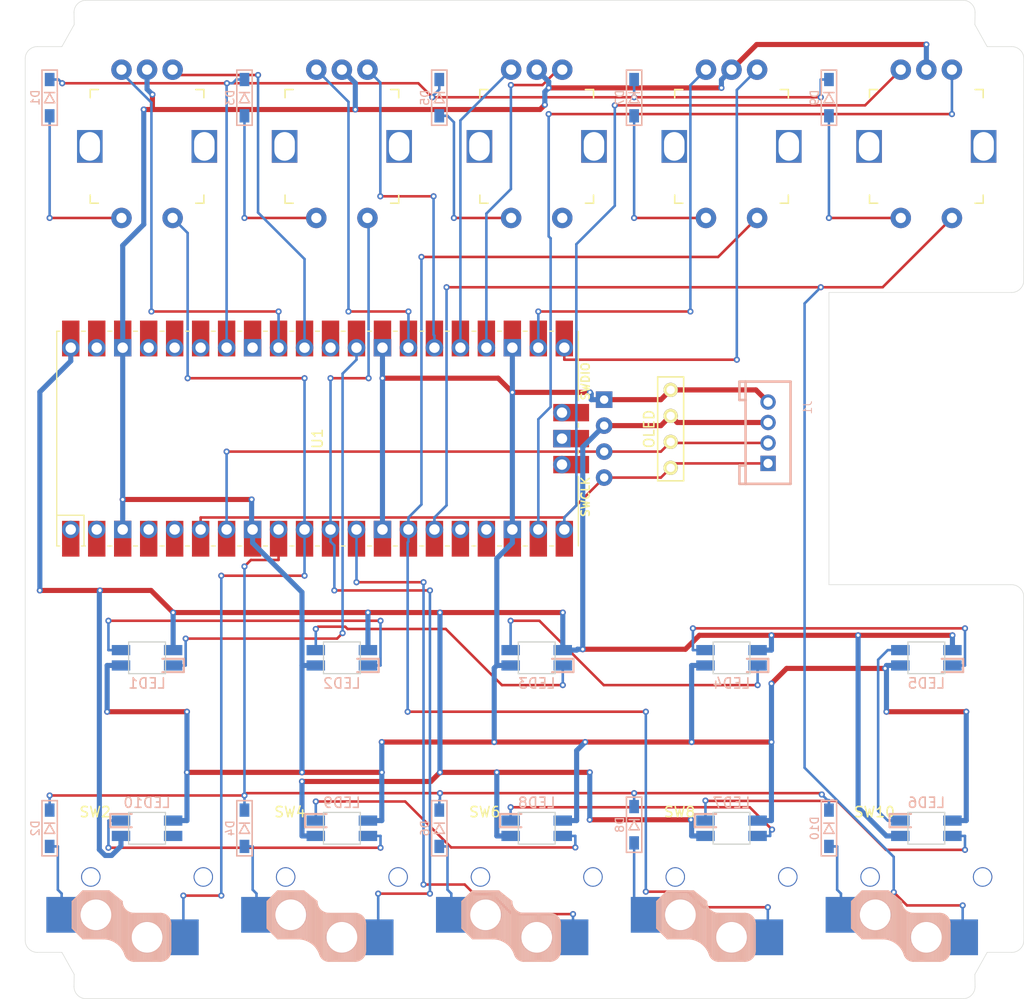
<source format=kicad_pcb>
(kicad_pcb (version 20240108) (generator "pcbnew") (generator_version "8.0")
  (layers (0 "F.Cu" signal) (31 "B.Cu" signal) (34 "B.Paste" user) (35 "F.Paste" user) (36 "B.SilkS" user "B.Silkscreen") (37 "F.SilkS" user "F.Silkscreen") (38 "B.Mask" user) (39 "F.Mask" user) (44 "Edge.Cuts" user))
  (net 0 "")
  (net 1 "Net-(D1-A)")
  (net 2 "Row0")
  (net 3 "Net-(D2-A)")
  (net 4 "Row1")
  (net 6 "Net-(D3-A)")
  (net 7 "Net-(D4-A)")
  (net 8 "Net-(D5-A)")
  (net 9 "Net-(D6-A)")
  (net 10 "Net-(D7-A)")
  (net 11 "Net-(D8-A)")
  (net 12 "Net-(D9-A)")
  (net 13 "SCL")
  (net 14 "GND")
  (net 15 "SDA")
  (net 16 "VCC")
  (net 17 "Col0")
  (net 18 "Col1")
  (net 19 "Col2")
  (net 20 "Col3")
  (net 23 "LED")
  (net 24 "Col4")
  (net 43 "Net-(LED1-DOUT)")
  (net 46 "RE1_B")
  (net 47 "RE1_A")
  (net 48 "RE2_A")
  (net 49 "RE2_B")
  (net 50 "RE3_A")
  (net 51 "RE3_B")
  (net 52 "RE4_A")
  (net 53 "RE4_B")
  (net 54 "RE5_A")
  (net 55 "RE5_B")
  (net 56 "Net-(D10-A)")
  (net 57 "Net-(LED2-DOUT)")
  (net 58 "Net-(LED3-DOUT)")
  (net 59 "Net-(LED4-DOUT)")
  (net 60 "Net-(LED5-DOUT)")
  (net 61 "Net-(LED6-DOUT)")
  (net 62 "Net-(LED7-DOUT)")
  (net 63 "Net-(LED8-DOUT)")
  (net 64 "Net-(LED10-DIN)")
  (footprint "kbd_SW:Choc_Hotswap_1u" (layer "F.Cu") (at 73.8188 102.3937)
    (property "Reference" "SW4")
    (property "Value" "SW_Push" (hide yes))
  )
  (footprint "kbd_Parts:Diode_SMD" (layer "F.Cu") (at 102.3938 97.2849 -90)
    (property "Reference" "D8")
    (property "Value" "D" (hide yes))
  )
  (footprint "kbd_SW:Choc_Hotswap_1u" (layer "F.Cu") (at 92.8688 102.3937)
    (property "Reference" "SW6")
    (property "Value" "SW_Push" (hide yes))
  )
  (footprint "kbd_SW:Choc_Hotswap_1u" (layer "F.Cu") (at 130.9688 102.3937)
    (property "Reference" "SW10")
    (property "Value" "SW_Push" (hide yes))
  )
  (footprint "kbd_Parts:RotaryEncoder_EC12E" (layer "F.Cu") (at 92.8688 30.9562 -90)
    (property "Reference" "SW5")
    (property "Value" "RotaryEncoder_Switch")
  )
  (footprint "kbd_Parts:RotaryEncoder_EC12E" (layer "F.Cu") (at 73.8188 30.9562 -90)
    (property "Reference" "SW3")
    (property "Value" "RotaryEncoder_Switch")
  )
  (footprint "kbd_Parts:Diode_SMD" (layer "F.Cu") (at 64.2938 97.6312 -90)
    (property "Reference" "D4")
    (property "Value" "D" (hide yes))
  )
  (footprint "kbd_Parts:Diode_SMD" (layer "F.Cu") (at 83.3438 97.6312 -90)
    (property "Reference" "D6")
    (property "Value" "D" (hide yes))
  )
  (footprint "kbd_SW:Choc_Hotswap_1u" (layer "F.Cu") (at 54.7688 102.3937)
    (property "Reference" "SW2")
    (property "Value" "SW_Push" (hide yes))
  )
  (footprint "kbd_Parts:OLED" (layer "F.Cu") (at 105.9656 62.3887 90)
    (property "Reference" "OL2")
    (property "Value" "OLED" (hide yes))
  )
  (footprint "kbd_SW:Choc_Hotswap_1u" (layer "F.Cu") (at 111.9188 102.3937)
    (property "Reference" "SW8")
    (property "Value" "SW_Push" (hide yes))
  )
  (footprint "kbd_Parts:Diode_SMD" (layer "F.Cu") (at 121.4438 97.6312 -90)
    (property "Reference" "D10")
    (property "Value" "D" (hide yes))
  )
  (footprint "RPi_Pico:RPi_Pico_SMD_TH" (layer "F.Cu") (at 71.4375 59.5312 90)
    (property "Reference" "U1")
    (property "Value" "Pico")
  )
  (footprint "BrownSugar_KBD:OLED_center_display" (layer "F.Cu") (at 80.9625 59.5312 90)
    (property "Reference" "OL1")
    (property "Value" "OLED" (hide yes))
  )
  (footprint "kbd_Parts:RotaryEncoder_EC12E" (layer "F.Cu") (at 130.9688 30.9562 -90)
    (property "Reference" "SW9")
    (property "Value" "RotaryEncoder_Switch")
  )
  (footprint "kbd_Parts:Diode_SMD" (layer "F.Cu") (at 121.4438 26.1937 -90)
    (property "Reference" "D9")
    (property "Value" "D" (hide yes))
  )
  (footprint "kbd_Parts:Diode_SMD" (layer "F.Cu") (at 64.2938 26.1937 -90)
    (property "Reference" "D3")
    (property "Value" "D" (hide yes))
  )
  (footprint "kbd_Parts:Diode_SMD" (layer "F.Cu") (at 45.2438 97.6312 -90)
    (property "Reference" "D2")
    (property "Value" "D" (hide yes))
  )
  (footprint "kbd_Parts:Diode_SMD" (layer "F.Cu") (at 102.3938 26.1937 -90)
    (property "Reference" "D7")
    (property "Value" "D" (hide yes))
  )
  (footprint "kbd_Parts:Diode_SMD" (layer "F.Cu") (at 45.2438 26.1937 -90)
    (property "Reference" "D1")
    (property "Value" "D" (hide yes))
  )
  (footprint "kbd_Parts:Diode_SMD" (layer "F.Cu") (at 83.3438 26.1937 -90)
    (property "Reference" "D5")
    (property "Value" "D" (hide yes))
  )
  (footprint "kbd_Parts:RotaryEncoder_EC12E" (layer "F.Cu") (at 54.7688 30.9562 -90)
    (property "Reference" "SW1")
    (property "Value" "RotaryEncoder_Switch")
  )
  (footprint "kbd_Parts:RotaryEncoder_EC12E" (layer "F.Cu") (at 111.9188 30.9562 -90)
    (property "Reference" "SW7")
    (property "Value" "RotaryEncoder_Switch")
  )
  (footprint "BrownSugar_KBD:RGBLED_SK6812MINI-E" (layer "B.Cu") (at 111.9188 97.6312 180)
    (property "Reference" "LED7")
    (property "Value" "LED_SK6812MINI-E" (hide yes))
    (fp_line (start 1.8 1.55) (end 1.8 -1.55) (stroke (width 0.12)) (layer "Edge.Cuts"))
    (fp_line (start 1.8 -1.55) (end -1.8 -1.55) (stroke (width 0.12)) (layer "Edge.Cuts"))
    (fp_line (start -1.8 1.55) (end 1.8 1.55) (stroke (width 0.12)) (layer "Edge.Cuts"))
    (fp_line (start -1.8 -1.55) (end -1.8 1.55) (stroke (width 0.12)) (layer "Edge.Cuts"))
  )
  (footprint "BrownSugar_KBD:RGBLED_SK6812MINI-E" (layer "B.Cu") (at 92.8688 97.6312 180)
    (property "Reference" "LED8")
    (property "Value" "LED_SK6812MINI-E" (hide yes))
    (fp_line (start 1.8 1.55) (end 1.8 -1.55) (stroke (width 0.12)) (layer "Edge.Cuts"))
    (fp_line (start 1.8 -1.55) (end -1.8 -1.55) (stroke (width 0.12)) (layer "Edge.Cuts"))
    (fp_line (start -1.8 1.55) (end 1.8 1.55) (stroke (width 0.12)) (layer "Edge.Cuts"))
    (fp_line (start -1.8 -1.55) (end -1.8 1.55) (stroke (width 0.12)) (layer "Edge.Cuts"))
  )
  (footprint "BrownSugar_KBD:RGBLED_SK6812MINI-E" (layer "B.Cu") (at 54.7688 80.9626)
    (property "Reference" "LED1")
    (property "Value" "LED_SK6812MINI-E" (hide yes))
    (fp_line (start -1.8 -1.55) (end -1.8 1.55) (stroke (width 0.12)) (layer "Edge.Cuts"))
    (fp_line (start -1.8 1.55) (end 1.8 1.55) (stroke (width 0.12)) (layer "Edge.Cuts"))
    (fp_line (start 1.8 -1.55) (end -1.8 -1.55) (stroke (width 0.12)) (layer "Edge.Cuts"))
    (fp_line (start 1.8 1.55) (end 1.8 -1.55) (stroke (width 0.12)) (layer "Edge.Cuts"))
  )
  (footprint "BrownSugar_KBD:RGBLED_SK6812MINI-E" (layer "B.Cu") (at 130.9688 80.9625)
    (property "Reference" "LED5")
    (property "Value" "LED_SK6812MINI-E" (hide yes))
    (fp_line (start -1.8 -1.55) (end -1.8 1.55) (stroke (width 0.12)) (layer "Edge.Cuts"))
    (fp_line (start -1.8 1.55) (end 1.8 1.55) (stroke (width 0.12)) (layer "Edge.Cuts"))
    (fp_line (start 1.8 -1.55) (end -1.8 -1.55) (stroke (width 0.12)) (layer "Edge.Cuts"))
    (fp_line (start 1.8 1.55) (end 1.8 -1.55) (stroke (width 0.12)) (layer "Edge.Cuts"))
  )
  (footprint "BrownSugar_KBD:RGBLED_SK6812MINI-E" (layer "B.Cu") (at 92.8688 80.9625)
    (property "Reference" "LED3")
    (property "Value" "LED_SK6812MINI-E" (hide yes))
    (fp_line (start -1.8 -1.55) (end -1.8 1.55) (stroke (width 0.12)) (layer "Edge.Cuts"))
    (fp_line (start -1.8 1.55) (end 1.8 1.55) (stroke (width 0.12)) (layer "Edge.Cuts"))
    (fp_line (start 1.8 -1.55) (end -1.8 -1.55) (stroke (width 0.12)) (layer "Edge.Cuts"))
    (fp_line (start 1.8 1.55) (end 1.8 -1.55) (stroke (width 0.12)) (layer "Edge.Cuts"))
  )
  (footprint "BrownSugar_KBD:RGBLED_SK6812MINI-E" (layer "B.Cu") (at 130.9688 97.6312 180)
    (property "Reference" "LED6")
    (property "Value" "LED_SK6812MINI-E" (hide yes))
    (fp_line (start 1.8 1.55) (end 1.8 -1.55) (stroke (width 0.12)) (layer "Edge.Cuts"))
    (fp_line (start 1.8 -1.55) (end -1.8 -1.55) (stroke (width 0.12)) (layer "Edge.Cuts"))
    (fp_line (start -1.8 1.55) (end 1.8 1.55) (stroke (width 0.12)) (layer "Edge.Cuts"))
    (fp_line (start -1.8 -1.55) (end -1.8 1.55) (stroke (width 0.12)) (layer "Edge.Cuts"))
  )
  (footprint "BrownSugar_KBD:RGBLED_SK6812MINI-E" (layer "B.Cu") (at 73.8188 97.6312 180)
    (property "Reference" "LED9")
    (property "Value" "LED_SK6812MINI-E" (hide yes))
    (fp_line (start 1.8 1.55) (end 1.8 -1.55) (stroke (width 0.12)) (layer "Edge.Cuts"))
    (fp_line (start 1.8 -1.55) (end -1.8 -1.55) (stroke (width 0.12)) (layer "Edge.Cuts"))
    (fp_line (start -1.8 1.55) (end 1.8 1.55) (stroke (width 0.12)) (layer "Edge.Cuts"))
    (fp_line (start -1.8 -1.55) (end -1.8 1.55) (stroke (width 0.12)) (layer "Edge.Cuts"))
  )
  (footprint "OPL_Connector:GROVE-HW4-2.0" (layer "B.Cu") (at 115.4906 58.9562 90)
    (property "Reference" "J1")
    (property "Value" "GROVE-CONNECTOR-DIP_4P-2.0_")
  )
  (footprint "BrownSugar_KBD:RGBLED_SK6812MINI-E" (layer "B.Cu") (at 73.8188 80.9626)
    (property "Reference" "LED2")
    (property "Value" "LED_SK6812MINI-E" (hide yes))
    (fp_line (start -1.8 -1.55) (end -1.8 1.55) (stroke (width 0.12)) (layer "Edge.Cuts"))
    (fp_line (start -1.8 1.55) (end 1.8 1.55) (stroke (width 0.12)) (layer "Edge.Cuts"))
    (fp_line (start 1.8 -1.55) (end -1.8 -1.55) (stroke (width 0.12)) (layer "Edge.Cuts"))
    (fp_line (start 1.8 1.55) (end 1.8 -1.55) (stroke (width 0.12)) (layer "Edge.Cuts"))
  )
  (footprint "BrownSugar_KBD:RGBLED_SK6812MINI-E" (layer "B.Cu") (at 54.7688 97.6312 180)
    (property "Reference" "LED10")
    (property "Value" "LED_SK6812MINI-E" (hide yes))
    (fp_line (start 1.8 1.55) (end 1.8 -1.55) (stroke (width 0.12)) (layer "Edge.Cuts"))
    (fp_line (start 1.8 -1.55) (end -1.8 -1.55) (stroke (width 0.12)) (layer "Edge.Cuts"))
    (fp_line (start -1.8 1.55) (end 1.8 1.55) (stroke (width 0.12)) (layer "Edge.Cuts"))
    (fp_line (start -1.8 -1.55) (end -1.8 1.55) (stroke (width 0.12)) (layer "Edge.Cuts"))
  )
  (footprint "BrownSugar_KBD:RGBLED_SK6812MINI-E" (layer "B.Cu") (at 111.9188 80.9625)
    (property "Reference" "LED4")
    (property "Value" "LED_SK6812MINI-E" (hide yes))
    (fp_line (start -1.8 -1.55) (end -1.8 1.55) (stroke (width 0.12)) (layer "Edge.Cuts"))
    (fp_line (start -1.8 1.55) (end 1.8 1.55) (stroke (width 0.12)) (layer "Edge.Cuts"))
    (fp_line (start 1.8 -1.55) (end -1.8 -1.55) (stroke (width 0.12)) (layer "Edge.Cuts"))
    (fp_line (start 1.8 1.55) (end 1.8 -1.55) (stroke (width 0.12)) (layer "Edge.Cuts"))
  )
  (gr_arc (start 135.73125 113.109375) (mid 135.382524 113.951274) (end 134.540625 114.3) (stroke (width 0.05)) (layer "Edge.Cuts"))
  (gr_line (start 42.853125 22.390625) (end 42.853125 108.578125) (stroke (width 0.05)) (layer "Edge.Cuts"))
  (gr_line (start 135.73125 17.859375) (end 135.7125 19.05) (stroke (width 0.05)) (layer "Edge.Cuts"))
  (gr_line (start 44.04375 21.2) (end 46.44375 21.2) (stroke (width 0.05)) (layer "Edge.Cuts"))
  (gr_line (start 121.44375 73.81875) (end 139.303125 73.81875) (stroke (width 0.05)) (layer "Edge.Cuts"))
  (gr_arc (start 140.503125 108.578125) (mid 140.154399 109.420024) (end 139.3125 109.76875) (stroke (width 0.05)) (layer "Edge.Cuts"))
  (gr_line (start 135.73125 113.109375) (end 135.7125 111.91875) (stroke (width 0.05)) (layer "Edge.Cuts"))
  (gr_line (start 140.493775 75.00935) (end 140.503125 108.578125) (stroke (width 0.05)) (layer "Edge.Cuts"))
  (gr_line (start 44.04375 109.76875) (end 46.44375 109.76875) (stroke (width 0.05)) (layer "Edge.Cuts"))
  (gr_line (start 47.64375 19.05) (end 47.625 17.859375) (stroke (width 0.05)) (layer "Edge.Cuts"))
  (gr_line (start 136.9125 109.76875) (end 139.3125 109.76875) (stroke (width 0.05)) (layer "Edge.Cuts"))
  (gr_arc (start 48.815625 114.3) (mid 47.973726 113.951274) (end 47.625 113.109375) (stroke (width 0.05)) (layer "Edge.Cuts"))
  (gr_line (start 121.44375 45.24375) (end 121.44375 73.81875) (stroke (width 0.05)) (layer "Edge.Cuts"))
  (gr_arc (start 140.493775 44.05315) (mid 140.145042 44.895042) (end 139.30315 45.243775) (stroke (width 0.05)) (layer "Edge.Cuts"))
  (gr_line (start 47.64375 111.91875) (end 47.625 113.109375) (stroke (width 0.05)) (layer "Edge.Cuts"))
  (gr_line (start 134.540625 16.66875) (end 48.815625 16.66875) (stroke (width 0.05)) (layer "Edge.Cuts"))
  (gr_line (start 140.493775 44.05315) (end 140.503125 22.390625) (stroke (width 0.05)) (layer "Edge.Cuts"))
  (gr_line (start 136.9125 21.2) (end 139.3125 21.2) (stroke (width 0.05)) (layer "Edge.Cuts"))
  (gr_arc (start 47.625 17.859375) (mid 47.973726 17.017476) (end 48.815625 16.66875) (stroke (width 0.05)) (layer "Edge.Cuts"))
  (gr_line (start 48.815625 114.3) (end 134.540625 114.3) (stroke (width 0.05)) (layer "Edge.Cuts"))
  (gr_arc (start 44.04375 109.76875) (mid 43.201851 109.420024) (end 42.853125 108.578125) (stroke (width 0.05)) (layer "Edge.Cuts"))
  (gr_arc (start 134.540625 16.66875) (mid 135.382524 17.017476) (end 135.73125 17.859375) (stroke (width 0.05)) (layer "Edge.Cuts"))
  (gr_arc (start 139.3125 21.2) (mid 140.154399 21.548726) (end 140.503125 22.390625) (stroke (width 0.05)) (layer "Edge.Cuts"))
  (gr_line (start 46.44375 21.2) (end 47.64375 19.05) (stroke (width 0.05)) (layer "Edge.Cuts"))
  (gr_line (start 121.44375 45.24375) (end 139.30315 45.243775) (stroke (width 0.05)) (layer "Edge.Cuts"))
  (gr_arc (start 139.30315 73.818725) (mid 140.145042 74.167458) (end 140.493775 75.00935) (stroke (width 0.05)) (layer "Edge.Cuts"))
  (gr_line (start 135.7125 111.91875) (end 136.9125 109.76875) (stroke (width 0.05)) (layer "Edge.Cuts"))
  (gr_line (start 135.7125 19.05) (end 136.9125 21.2) (stroke (width 0.05)) (layer "Edge.Cuts"))
  (gr_line (start 46.44375 109.76875) (end 47.64375 111.91875) (stroke (width 0.05)) (layer "Edge.Cuts"))
  (gr_arc (start 42.853125 22.390625) (mid 43.201851 21.548726) (end 44.04375 21.2) (stroke (width 0.05)) (layer "Edge.Cuts"))
  (segment (start 52.2688 37.9562) (end 45.2438 37.9562) (width 0.25) (layer "F.Cu") (net 1))
  (via (at 45.2438 37.9562) (size 0.6) (drill 0.3) (layers "F.Cu" "B.Cu") (net 1))
  (segment (start 45.2438 27.9687) (end 45.2438 37.9562) (width 0.25) (layer "B.Cu") (net 1))
  (segment (start 81.2911 24.7833) (end 62.5772 24.7833) (width 0.25) (layer "F.Cu") (net 2))
  (segment (start 82.6606 26.1528) (end 81.2911 24.7833) (width 0.25) (layer "F.Cu") (net 2))
  (segment (start 62.5772 24.7833) (end 46.472 24.7833) (width 0.25) (layer "F.Cu") (net 2))
  (segment (start 82.6606 26.1528) (end 102.3938 26.1528) (width 0.25) (layer "F.Cu") (net 2))
  (segment (start 102.3938 26.1528) (end 120.6421 26.1528) (width 0.25) (layer "F.Cu") (net 2))
  (via (at 120.6421 26.1528) (size 0.6) (drill 0.3) (layers "F.Cu" "B.Cu") (net 2))
  (via (at 82.6606 26.1528) (size 0.6) (drill 0.3) (layers "F.Cu" "B.Cu") (net 2))
  (via (at 102.3938 26.1528) (size 0.6) (drill 0.3) (layers "F.Cu" "B.Cu") (net 2))
  (via (at 62.5772 24.7833) (size 0.6) (drill 0.3) (layers "F.Cu" "B.Cu") (net 2))
  (via (at 46.472 24.7833) (size 0.6) (drill 0.3) (layers "F.Cu" "B.Cu") (net 2))
  (segment (start 64.2938 24.4187) (end 63.4921 24.4187) (width 0.25) (layer "B.Cu") (net 2))
  (segment (start 120.6421 24.4187) (end 120.6421 26.1528) (width 0.25) (layer "B.Cu") (net 2))
  (segment (start 121.4438 24.4187) (end 120.6421 24.4187) (width 0.25) (layer "B.Cu") (net 2))
  (segment (start 83.3438 24.4187) (end 83.3438 25.3954) (width 0.25) (layer "B.Cu") (net 2))
  (segment (start 62.5772 24.7833) (end 63.1275 24.7833) (width 0.25) (layer "B.Cu") (net 2))
  (segment (start 82.6606 26.0786) (end 82.6606 26.1528) (width 0.25) (layer "B.Cu") (net 2))
  (segment (start 45.2438 24.4187) (end 46.1074 24.4187) (width 0.25) (layer "B.Cu") (net 2))
  (segment (start 63.1275 24.7833) (end 63.4921 24.4187) (width 0.25) (layer "B.Cu") (net 2))
  (segment (start 62.5475 50.6412) (end 62.5475 24.813) (width 0.25) (layer "B.Cu") (net 2))
  (segment (start 102.3938 24.4187) (end 102.3938 26.1528) (width 0.25) (layer "B.Cu") (net 2))
  (segment (start 62.5475 24.813) (end 62.5772 24.7833) (width 0.25) (layer "B.Cu") (net 2))
  (segment (start 83.3438 25.3954) (end 82.6606 26.0786) (width 0.25) (layer "B.Cu") (net 2))
  (segment (start 46.1074 24.4187) (end 46.472 24.7833) (width 0.25) (layer "B.Cu") (net 2))
  (segment (start 45.2438 99.4062) (end 46.0455 99.4062) (width 0.25) (layer "B.Cu") (net 3))
  (segment (start 46.0455 103.6437) (end 46.4188 104.017) (width 0.25) (layer "B.Cu") (net 3))
  (segment (start 46.4188 106.0937) (end 46.4188 104.017) (width 0.25) (layer "B.Cu") (net 3))
  (segment (start 46.0455 99.4062) (end 46.0455 103.6437) (width 0.25) (layer "B.Cu") (net 3))
  (segment (start 67.6275 71.3979) (end 64.9268 71.3979) (width 0.25) (layer "F.Cu") (net 4))
  (segment (start 64.2938 94.427) (end 64.5216 94.1992) (width 0.25) (layer "F.Cu") (net 4))
  (segment (start 64.9268 71.3979) (end 64.2938 72.0309) (width 0.25) (layer "F.Cu") (net 4))
  (segment (start 67.6275 68.4212) (end 67.6275 71.3979) (width 0.25) (layer "F.Cu") (net 4))
  (segment (start 64.2938 94.427) (end 45.2438 94.427) (width 0.25) (layer "F.Cu") (net 4))
  (segment (start 120.6117 94.1992) (end 102.3938 94.1992) (width 0.25) (layer "F.Cu") (net 4))
  (segment (start 120.7416 94.3291) (end 120.6117 94.1992) (width 0.25) (layer "F.Cu") (net 4))
  (segment (start 102.3938 94.1992) (end 83.4099 94.1992) (width 0.25) (layer "F.Cu") (net 4))
  (segment (start 64.5216 94.1992) (end 83.4099 94.1992) (width 0.25) (layer "F.Cu") (net 4))
  (via (at 64.2938 72.0309) (size 0.6) (drill 0.3) (layers "F.Cu" "B.Cu") (net 4))
  (via (at 102.3938 94.1992) (size 0.6) (drill 0.3) (layers "F.Cu" "B.Cu") (net 4))
  (via (at 64.2938 94.427) (size 0.6) (drill 0.3) (layers "F.Cu" "B.Cu") (net 4))
  (via (at 83.4099 94.1992) (size 0.6) (drill 0.3) (layers "F.Cu" "B.Cu") (net 4))
  (via (at 45.2438 94.427) (size 0.6) (drill 0.3) (layers "F.Cu" "B.Cu") (net 4))
  (via (at 120.7416 94.3291) (size 0.6) (drill 0.3) (layers "F.Cu" "B.Cu") (net 4))
  (segment (start 121.292 94.8795) (end 120.7416 94.3291) (width 0.25) (layer "B.Cu") (net 4))
  (segment (start 64.2938 95.8562) (end 64.2938 94.427) (width 0.25) (layer "B.Cu") (net 4))
  (segment (start 83.3438 95.8562) (end 83.3438 94.8795) (width 0.25) (layer "B.Cu") (net 4))
  (segment (start 64.2938 94.427) (end 64.2938 72.0309) (width 0.25) (layer "B.Cu") (net 4))
  (segment (start 102.3938 95.5099) (end 102.3938 94.1992) (width 0.25) (layer "B.Cu") (net 4))
  (segment (start 45.2438 95.8562) (end 45.2438 94.427) (width 0.25) (layer "B.Cu") (net 4))
  (segment (start 121.4438 95.8562) (end 121.4438 94.8795) (width 0.25) (layer "B.Cu") (net 4))
  (segment (start 83.4099 94.8134) (end 83.4099 94.1992) (width 0.25) (layer "B.Cu") (net 4))
  (segment (start 121.4438 94.8795) (end 121.292 94.8795) (width 0.25) (layer "B.Cu") (net 4))
  (segment (start 83.3438 94.8795) (end 83.4099 94.8134) (width 0.25) (layer "B.Cu") (net 4))
  (segment (start 71.3188 37.9562) (end 64.2938 37.9562) (width 0.25) (layer "F.Cu") (net 6))
  (via (at 64.2938 37.9562) (size 0.6) (drill 0.3) (layers "F.Cu" "B.Cu") (net 6))
  (segment (start 64.2938 27.9687) (end 64.2938 37.9562) (width 0.25) (layer "B.Cu") (net 6))
  (segment (start 65.4688 106.0937) (end 65.4688 104.017) (width 0.25) (layer "B.Cu") (net 7))
  (segment (start 65.0955 103.6437) (end 65.4688 104.017) (width 0.25) (layer "B.Cu") (net 7))
  (segment (start 64.2938 99.4062) (end 65.0955 99.4062) (width 0.25) (layer "B.Cu") (net 7))
  (segment (start 65.0955 99.4062) (end 65.0955 103.6437) (width 0.25) (layer "B.Cu") (net 7))
  (segment (start 90.3688 37.9562) (end 84.7742 37.9562) (width 0.25) (layer "F.Cu") (net 8))
  (via (at 84.7742 37.9562) (size 0.6) (drill 0.3) (layers "F.Cu" "B.Cu") (net 8))
  (segment (start 84.7742 28.5974) (end 84.7742 37.9562) (width 0.25) (layer "B.Cu") (net 8))
  (segment (start 83.3438 27.9687) (end 84.1455 27.9687) (width 0.25) (layer "B.Cu") (net 8))
  (segment (start 84.1455 27.9687) (end 84.7742 28.5974) (width 0.25) (layer "B.Cu") (net 8))
  (segment (start 83.3438 99.4062) (end 84.1455 99.4062) (width 0.25) (layer "B.Cu") (net 9))
  (segment (start 84.1455 103.6437) (end 84.5188 104.017) (width 0.25) (layer "B.Cu") (net 9))
  (segment (start 84.1455 99.4062) (end 84.1455 103.6437) (width 0.25) (layer "B.Cu") (net 9))
  (segment (start 84.5188 106.0937) (end 84.5188 104.017) (width 0.25) (layer "B.Cu") (net 9))
  (segment (start 109.4188 37.9562) (end 102.3938 37.9562) (width 0.25) (layer "F.Cu") (net 10))
  (via (at 102.3938 37.9562) (size 0.6) (drill 0.3) (layers "F.Cu" "B.Cu") (net 10))
  (segment (start 102.3938 27.9687) (end 102.3938 37.9562) (width 0.25) (layer "B.Cu") (net 10))
  (segment (start 102.3938 99.0599) (end 102.3938 104.9187) (width 0.25) (layer "B.Cu") (net 11))
  (segment (start 102.3938 104.9187) (end 103.5688 106.0937) (width 0.25) (layer "B.Cu") (net 11))
  (segment (start 128.4688 37.9562) (end 121.4438 37.9562) (width 0.25) (layer "F.Cu") (net 12))
  (via (at 121.4438 37.9562) (size 0.6) (drill 0.3) (layers "F.Cu" "B.Cu") (net 12))
  (segment (start 121.4438 27.9687) (end 121.4438 37.9562) (width 0.25) (layer "B.Cu") (net 12))
  (segment (start 115.4906 59.9562) (end 106.0731 59.9562) (width 0.25) (layer "F.Cu") (net 13))
  (segment (start 99.4625 60.8012) (end 62.5475 60.8012) (width 0.25) (layer "F.Cu") (net 13))
  (segment (start 106.0731 59.9562) (end 105.9656 59.8487) (width 0.25) (layer "F.Cu") (net 13))
  (segment (start 99.4625 60.8012) (end 105.0131 60.8012) (width 0.25) (layer "F.Cu") (net 13))
  (segment (start 105.0131 60.8012) (end 105.9656 59.8487) (width 0.25) (layer "F.Cu") (net 13))
  (via (at 62.5475 60.8012) (size 0.6) (drill 0.3) (layers "F.Cu" "B.Cu") (net 13))
  (segment (start 62.5475 68.4212) (end 62.5475 60.8012) (width 0.25) (layer "B.Cu") (net 13))
  (segment (start 50.8671 86.2363) (end 58.6705 86.2363) (width 0.5) (layer "F.Cu") (net 14))
  (segment (start 69.9171 92.1655) (end 58.6705 92.1655) (width 0.5) (layer "F.Cu") (net 14))
  (segment (start 117.3083 82.0009) (end 126.9372 82.0009) (width 0.5) (layer "F.Cu") (net 14))
  (segment (start 115.8205 89.2009) (end 108.0171 89.2009) (width 0.5) (layer "F.Cu") (net 14))
  (segment (start 114.3031 54.7687) (end 105.9656 54.7687) (width 0.5) (layer "F.Cu") (net 14))
  (segment (start 105.0131 55.7212) (end 105.9656 54.7687) (width 0.5) (layer "F.Cu") (net 14))
  (segment (start 108.0171 89.2009) (end 97.6093 89.2009) (width 0.5) (layer "F.Cu") (net 14))
  (segment (start 114.3805 20.9945) (end 130.9688 20.9945) (width 0.5) (layer "F.Cu") (net 14))
  (segment (start 98.0703 55.0096) (end 90.4875 55.0096) (width 0.5) (layer "F.Cu") (net 14))
  (segment (start 77.7875 53.6257) (end 89.1036 53.6257) (width 0.5) (layer "F.Cu") (net 14))
  (segment (start 64.9921 65.4841) (end 52.3875 65.4841) (width 0.5) (layer "F.Cu") (net 14))
  (segment (start 115.826 83.4832) (end 117.3083 82.0009) (width 0.5) (layer "F.Cu") (net 14))
  (segment (start 88.7137 89.2009) (end 77.7205 89.2009) (width 0.5) (layer "F.Cu") (net 14))
  (segment (start 89.1036 53.6257) (end 90.4875 55.0096) (width 0.5) (layer "F.Cu") (net 14))
  (segment (start 93.1987 27.3522) (end 75.1304 27.3522) (width 0.5) (layer "F.Cu") (net 14))
  (segment (start 97.6093 89.2009) (end 88.7137 89.2009) (width 0.5) (layer "F.Cu") (net 14))
  (segment (start 127.0671 86.2363) (end 134.8705 86.2363) (width 0.5) (layer "F.Cu") (net 14))
  (segment (start 93.6623 26.8886) (end 93.1987 27.3522) (width 0.5) (layer "F.Cu") (net 14))
  (segment (start 94.0427 25.2364) (end 110.9315 25.2364) (width 0.5) (layer "F.Cu") (net 14))
  (segment (start 55.2933 27.3522) (end 55.2933 25.8875) (width 0.5) (layer "F.Cu") (net 14))
  (segment (start 99.4625 55.7212) (end 105.0131 55.7212) (width 0.5) (layer "F.Cu") (net 14))
  (segment (start 55.2933 27.3522) (end 54.4455 27.3522) (width 0.5) (layer "F.Cu") (net 14))
  (segment (start 115.4906 55.9562) (end 114.3031 54.7687) (width 0.5) (layer "F.Cu") (net 14))
  (segment (start 77.7205 92.1655) (end 69.9171 92.1655) (width 0.5) (layer "F.Cu") (net 14))
  (segment (start 75.1304 27.3522) (end 55.2933 27.3522) (width 0.5) (layer "F.Cu") (net 14))
  (segment (start 111.9188 23.4562) (end 114.3805 20.9945) (width 0.5) (layer "F.Cu") (net 14))
  (via (at 50.8671 86.2363) (size 0.6) (drill 0.3) (layers "F.Cu" "B.Cu") (net 14))
  (via (at 64.9921 65.4841) (size 0.6) (drill 0.3) (layers "F.Cu" "B.Cu") (net 14))
  (via (at 75.1304 27.3522) (size 0.6) (drill 0.3) (layers "F.Cu" "B.Cu") (net 14))
  (via (at 97.6093 89.2009) (size 0.6) (drill 0.3) (layers "F.Cu" "B.Cu") (net 14))
  (via (at 77.7875 53.6257) (size 0.6) (drill 0.3) (layers "F.Cu" "B.Cu") (net 14))
  (via (at 93.6623 26.8886) (size 0.6) (drill 0.3) (layers "F.Cu" "B.Cu") (net 14))
  (via (at 108.0171 89.2009) (size 0.6) (drill 0.3) (layers "F.Cu" "B.Cu") (net 14))
  (via (at 115.826 83.4832) (size 0.6) (drill 0.3) (layers "F.Cu" "B.Cu") (net 14))
  (via (at 58.6705 92.1655) (size 0.6) (drill 0.3) (layers "F.Cu" "B.Cu") (net 14))
  (via (at 110.9315 25.2364) (size 0.6) (drill 0.3) (layers "F.Cu" "B.Cu") (net 14))
  (via (at 54.4455 27.3522) (size 0.6) (drill 0.3) (layers "F.Cu" "B.Cu") (net 14))
  (via (at 130.9688 20.9945) (size 0.6) (drill 0.3) (layers "F.Cu" "B.Cu") (net 14))
  (via (at 134.8705 86.2363) (size 0.6) (drill 0.3) (layers "F.Cu" "B.Cu") (net 14))
  (via (at 115.8205 89.2009) (size 0.6) (drill 0.3) (layers "F.Cu" "B.Cu") (net 14))
  (via (at 126.9372 82.0009) (size 0.6) (drill 0.3) (layers "F.Cu" "B.Cu") (net 14))
  (via (at 90.4875 55.0096) (size 0.6) (drill 0.3) (layers "F.Cu" "B.Cu") (net 14))
  (via (at 98.0703 55.0096) (size 0.6) (drill 0.3) (layers "F.Cu" "B.Cu") (net 14))
  (via (at 77.7205 92.1655) (size 0.6) (drill 0.3) (layers "F.Cu" "B.Cu") (net 14))
  (via (at 55.2933 25.8875) (size 0.6) (drill 0.3) (layers "F.Cu" "B.Cu") (net 14))
  (via (at 127.0671 86.2363) (size 0.6) (drill 0.3) (layers "F.Cu" "B.Cu") (net 14))
  (via (at 58.6705 86.2363) (size 0.6) (drill 0.3) (layers "F.Cu" "B.Cu") (net 14))
  (via (at 88.7137 89.2009) (size 0.6) (drill 0.3) (layers "F.Cu" "B.Cu") (net 14))
  (via (at 69.9171 92.1655) (size 0.6) (drill 0.3) (layers "F.Cu" "B.Cu") (net 14))
  (via (at 94.0427 25.2364) (size 0.6) (drill 0.3) (layers "F.Cu" "B.Cu") (net 14))
  (via (at 77.7205 89.2009) (size 0.6) (drill 0.3) (layers "F.Cu" "B.Cu") (net 14))
  (via (at 52.3875 65.4841) (size 0.6) (drill 0.3) (layers "F.Cu" "B.Cu") (net 14))
  (segment (start 90.3188 81.7125) (end 88.9671 81.7125) (width 0.5) (layer "B.Cu") (net 14))
  (segment (start 71.2688 81.7126) (end 69.9171 81.7126) (width 0.5) (layer "B.Cu") (net 14))
  (segment (start 127.0671 81.7125) (end 127.0671 82.0009) (width 0.5) (layer "B.Cu") (net 14))
  (segment (start 90.4875 69.072) (end 90.4875 69.7229) (width 0.5) (layer "B.Cu") (net 14))
  (segment (start 134.8705 96.8812) (end 134.8705 86.2363) (width 0.5) (layer "B.Cu") (net 14))
  (segment (start 98.2008 55.1401) (end 98.2008 55.7212) (width 0.5) (layer "B.Cu") (net 14))
  (segment (start 127.0671 82.0009) (end 126.9372 82.0009) (width 0.5) (layer "B.Cu") (net 14))
  (segment (start 94.0427 25.2364) (end 93.6623 25.6168) (width 0.5) (layer "B.Cu") (net 14))
  (segment (start 65.0875 69.072) (end 65.0875 69.7229) (width 0.5) (layer "B.Cu") (net 14))
  (segment (start 57.3188 96.8812) (end 58.6705 96.8812) (width 0.5) (layer "B.Cu") (net 14))
  (segment (start 110.9315 24.4435) (end 110.9315 25.2364) (width 0.5) (layer "B.Cu") (net 14))
  (segment (start 73.8188 23.4562) (end 75.1304 24.7678) (width 0.5) (layer "B.Cu") (net 14))
  (segment (start 69.9171 81.7126) (end 69.9171 74.5525) (width 0.5) (layer "B.Cu") (net 14))
  (segment (start 50.8671 81.7126) (end 50.8671 86.2363) (width 0.5) (layer "B.Cu") (net 14))
  (segment (start 88.7137 81.9659) (end 88.9671 81.7125) (width 0.5) (layer "B.Cu") (net 14))
  (segment (start 88.7137 89.2009) (end 88.7137 81.9659) (width 0.5) (layer "B.Cu") (net 14))
  (segment (start 77.7875 53.6257) (end 77.7875 68.4212) (width 0.5) (layer "B.Cu") (net 14))
  (segment (start 54.4455 38.5882) (end 54.4455 27.3522) (width 0.5) (layer "B.Cu") (net 14))
  (segment (start 115.8205 96.8812) (end 115.8205 89.2009) (width 0.5) (layer "B.Cu") (net 14))
  (segment (start 65.0875 68.4212) (end 65.0875 69.072) (width 0.5) (layer "B.Cu") (net 14))
  (segment (start 94.0427 24.6301) (end 94.0427 25.2364) (width 0.5) (layer "B.Cu") (net 14))
  (segment (start 69.9171 74.5525) (end 65.0875 69.7229) (width 0.5) (layer "B.Cu") (net 14))
  (segment (start 52.3875 50.6412) (end 52.3875 40.6462) (width 0.5) (layer "B.Cu") (net 14))
  (segment (start 77.7875 50.6412) (end 77.7875 53.6257) (width 0.5) (layer "B.Cu") (net 14))
  (segment (start 90.4875 50.6412) (end 90.4875 55.0096) (width 0.5) (layer "B.Cu") (net 14))
  (segment (start 75.1304 24.7678) (end 75.1304 27.3522) (width 0.5) (layer "B.Cu") (net 14))
  (segment (start 128.4188 81.7125) (end 127.0671 81.7125) (width 0.5) (layer "B.Cu") (net 14))
  (segment (start 96.7705 96.8812) (end 96.7705 90.0397) (width 0.5) (layer "B.Cu") (net 14))
  (segment (start 64.9921 68.9766) (end 64.9921 65.4841) (width 0.5) (layer "B.Cu") (net 14))
  (segment (start 127.0671 82.0009) (end 127.0671 86.2363) (width 0.5) (layer "B.Cu") (net 14))
  (segment (start 58.6705 96.8812) (end 58.6705 92.1655) (width 0.5) (layer "B.Cu") (net 14))
  (segment (start 76.3688 96.8812) (end 77.7205 96.8812) (width 0.5) (layer "B.Cu") (net 14))
  (segment (start 88.9671 71.2433) (end 88.9671 81.7125) (width 0.5) (layer "B.Cu") (net 14))
  (segment (start 93.6623 25.6168) (end 93.6623 26.8886) (width 0.5) (layer "B.Cu") (net 14))
  (segment (start 90.4875 69.072) (end 90.4875 68.4212) (width 0.5) (layer "B.Cu") (net 14))
  (segment (start 111.9188 23.4562) (end 110.9315 24.4435) (width 0.5) (layer "B.Cu") (net 14))
  (segment (start 133.5188 96.8812) (end 134.8705 96.8812) (width 0.5) (layer "B.Cu") (net 14))
  (segment (start 90.4875 68.4212) (end 90.4875 55.0096) (width 0.5) (layer "B.Cu") (net 14))
  (segment (start 98.0703 55.0096) (end 98.2008 55.1401) (width 0.5) (layer "B.Cu") (net 14))
  (segment (start 54.7688 25.363) (end 55.2933 25.8875) (width 0.5) (layer "B.Cu") (net 14))
  (segment (start 115.826 83.4832) (end 115.826 89.1954) (width 0.5) (layer "B.Cu") (net 14))
  (segment (start 90.4875 69.7229) (end 88.9671 71.2433) (width 0.5) (layer "B.Cu") (net 14))
  (segment (start 77.7205 96.8812) (end 77.7205 92.1655) (width 0.5) (layer "B.Cu") (net 14))
  (segment (start 58.6705 92.1655) (end 58.6705 86.2363) (width 0.5) (layer "B.Cu") (net 14))
  (segment (start 54.7688 23.4562) (end 54.7688 25.363) (width 0.5) (layer "B.Cu") (net 14))
  (segment (start 52.3875 68.4212) (end 52.3875 65.4841) (width 0.5) (layer "B.Cu") (net 14))
  (segment (start 99.4625 55.7212) (end 98.2008 55.7212) (width 0.5) (layer "B.Cu") (net 14))
  (segment (start 115.826 89.1954) (end 115.8205 89.2009) (width 0.5) (layer "B.Cu") (net 14))
  (segment (start 96.7705 90.0397) (end 97.6093 89.2009) (width 0.5) (layer "B.Cu") (net 14))
  (segment (start 95.4188 96.8812) (end 96.7705 96.8812) (width 0.5) (layer "B.Cu") (net 14))
  (segment (start 52.2188 81.7126) (end 50.8671 81.7126) (width 0.5) (layer "B.Cu") (net 14))
  (segment (start 108.0171 81.7125) (end 108.0171 89.2009) (width 0.5) (layer "B.Cu") (net 14))
  (segment (start 52.3875 40.6462) (end 54.4455 38.5882) (width 0.5) (layer "B.Cu") (net 14))
  (segment (start 92.8688 23.4562) (end 94.0427 24.6301) (width 0.5) (layer "B.Cu") (net 14))
  (segment (start 65.0875 69.072) (end 64.9921 68.9766) (width 0.5) (layer "B.Cu") (net 14))
  (segment (start 109.3688 81.7125) (end 108.0171 81.7125) (width 0.5) (layer "B.Cu") (net 14))
  (segment (start 114.4688 96.8812) (end 115.8205 96.8812) (width 0.5) (layer "B.Cu") (net 14))
  (segment (start 69.9171 81.7126) (end 69.9171 92.1655) (width 0.5) (layer "B.Cu") (net 14))
  (segment (start 52.3875 50.6412) (end 52.3875 65.4841) (width 0.5) (layer "B.Cu") (net 14))
  (segment (start 130.9688 23.4562) (end 130.9688 20.9945) (width 0.5) (layer "B.Cu") (net 14))
  (segment (start 77.7205 92.1655) (end 77.7205 89.2009) (width 0.5) (layer "B.Cu") (net 14))
  (segment (start 99.4625 63.3412) (end 105.0131 63.3412) (width 0.25) (layer "F.Cu") (net 15))
  (segment (start 60.0075 67.2445) (end 95.5592 67.2445) (width 0.25) (layer "F.Cu") (net 15))
  (segment (start 105.0131 63.3412) (end 105.9656 62.3887) (width 0.25) (layer "F.Cu") (net 15))
  (segment (start 106.3981 61.9562) (end 105.9656 62.3887) (width 0.25) (layer "F.Cu") (net 15))
  (segment (start 115.4906 61.9562) (end 106.3981 61.9562) (width 0.25) (layer "F.Cu") (net 15))
  (segment (start 95.5592 67.2445) (end 99.4625 63.3412) (width 0.25) (layer "F.Cu") (net 15))
  (segment (start 60.0075 68.4212) (end 60.0075 67.2445) (width 0.25) (layer "F.Cu") (net 15))
  (segment (start 57.3188 76.5388) (end 76.3688 76.5388) (width 0.5) (layer "F.Cu") (net 16))
  (segment (start 44.2857 74.3779) (end 50.1661 74.3779) (width 0.5) (layer "F.Cu") (net 16))
  (segment (start 98.0562 96.7986) (end 107.9547 96.7986) (width 0.5) (layer "F.Cu") (net 16))
  (segment (start 83.41 76.5388) (end 95.4188 76.5388) (width 0.5) (layer "F.Cu") (net 16))
  (segment (start 108.7722 78.7647) (end 107.4093 80.1276) (width 0.5) (layer "F.Cu") (net 16))
  (segment (start 107.4093 80.1276) (end 97.3701 80.1276) (width 0.5) (layer "F.Cu") (net 16))
  (segment (start 76.3688 76.5388) (end 83.41 76.5388) (width 0.5) (layer "F.Cu") (net 16))
  (segment (start 99.4625 58.2612) (end 105.0131 58.2612) (width 0.5) (layer "F.Cu") (net 16))
  (segment (start 55.1579 74.3779) (end 57.3188 76.5388) (width 0.5) (layer "F.Cu") (net 16))
  (segment (start 133.5188 78.7647) (end 124.2961 78.7647) (width 0.5) (layer "F.Cu") (net 16))
  (segment (start 83.41 92.1655) (end 82.5189 93.0566) (width 0.5) (layer "F.Cu") (net 16))
  (segment (start 83.41 92.1655) (end 88.9671 92.1655) (width 0.5) (layer "F.Cu") (net 16))
  (segment (start 115.8205 78.7647) (end 108.7722 78.7647) (width 0.5) (layer "F.Cu") (net 16))
  (segment (start 105.0131 58.2612) (end 105.9656 57.3087) (width 0.5) (layer "F.Cu") (net 16))
  (segment (start 106.6131 57.9562) (end 105.9656 57.3087) (width 0.5) (layer "F.Cu") (net 16))
  (segment (start 115.4906 57.9562) (end 106.6131 57.9562) (width 0.5) (layer "F.Cu") (net 16))
  (segment (start 82.5189 93.0566) (end 69.9171 93.0566) (width 0.5) (layer "F.Cu") (net 16))
  (segment (start 88.9671 92.1655) (end 98.0562 92.1655) (width 0.5) (layer "F.Cu") (net 16))
  (segment (start 50.1661 74.3779) (end 55.1579 74.3779) (width 0.5) (layer "F.Cu") (net 16))
  (segment (start 124.2961 78.7647) (end 115.8205 78.7647) (width 0.5) (layer "F.Cu") (net 16))
  (via (at 50.1661 74.3779) (size 0.6) (drill 0.3) (layers "F.Cu" "B.Cu") (net 16))
  (via (at 124.2961 78.7647) (size 0.6) (drill 0.3) (layers "F.Cu" "B.Cu") (net 16))
  (via (at 115.8205 78.7647) (size 0.6) (drill 0.3) (layers "F.Cu" "B.Cu") (net 16))
  (via (at 88.9671 92.1655) (size 0.6) (drill 0.3) (layers "F.Cu" "B.Cu") (net 16))
  (via (at 98.0562 96.7986) (size 0.6) (drill 0.3) (layers "F.Cu" "B.Cu") (net 16))
  (via (at 133.5188 78.7647) (size 0.6) (drill 0.3) (layers "F.Cu" "B.Cu") (net 16))
  (via (at 44.2857 74.3779) (size 0.6) (drill 0.3) (layers "F.Cu" "B.Cu") (net 16))
  (via (at 57.3188 76.5388) (size 0.6) (drill 0.3) (layers "F.Cu" "B.Cu") (net 16))
  (via (at 83.41 76.5388) (size 0.6) (drill 0.3) (layers "F.Cu" "B.Cu") (net 16))
  (via (at 76.3688 76.5388) (size 0.6) (drill 0.3) (layers "F.Cu" "B.Cu") (net 16))
  (via (at 98.0562 92.1655) (size 0.6) (drill 0.3) (layers "F.Cu" "B.Cu") (net 16))
  (via (at 107.9547 96.7986) (size 0.6) (drill 0.3) (layers "F.Cu" "B.Cu") (net 16))
  (via (at 97.3701 80.1276) (size 0.6) (drill 0.3) (layers "F.Cu" "B.Cu") (net 16))
  (via (at 83.41 92.1655) (size 0.6) (drill 0.3) (layers "F.Cu" "B.Cu") (net 16))
  (via (at 69.9171 93.0566) (size 0.6) (drill 0.3) (layers "F.Cu" "B.Cu") (net 16))
  (via (at 95.4188 76.5388) (size 0.6) (drill 0.3) (layers "F.Cu" "B.Cu") (net 16))
  (segment (start 124.2961 95.6102) (end 124.2961 78.7647) (width 0.5) (layer "B.Cu") (net 16))
  (segment (start 108.0171 96.861) (end 107.9547 96.7986) (width 0.5) (layer "B.Cu") (net 16))
  (segment (start 95.4188 80.2125) (end 96.7705 80.2125) (width 0.5) (layer "B.Cu") (net 16))
  (segment (start 50.1038 99.7201) (end 50.6755 100.2918) (width 0.5) (layer "B.Cu") (net 16))
  (segment (start 90.3188 98.3812) (end 88.9671 98.3812) (width 0.5) (layer "B.Cu") (net 16))
  (segment (start 69.9171 98.3812) (end 69.9171 93.0566) (width 0.5) (layer "B.Cu") (net 16))
  (segment (start 52.2188 99.3736) (end 52.2188 98.3812) (width 0.5) (layer "B.Cu") (net 16))
  (segment (start 96.8554 80.1276) (end 97.3701 80.1276) (width 0.5) (layer "B.Cu") (net 16))
  (segment (start 83.41 92.1655) (end 83.41 76.5388) (width 0.5) (layer "B.Cu") (net 16))
  (segment (start 88.9671 98.3812) (end 88.9671 92.1655) (width 0.5) (layer "B.Cu") (net 16))
  (segment (start 97.3701 60.3536) (end 97.3701 80.1276) (width 0.5) (layer "B.Cu") (net 16))
  (segment (start 50.1661 74.3779) (end 50.1038 74.4402) (width 0.5) (layer "B.Cu") (net 16))
  (segment (start 114.4688 80.2125) (end 115.8205 80.2125) (width 0.5) (layer "B.Cu") (net 16))
  (segment (start 108.0171 98.3812) (end 108.0171 96.861) (width 0.5) (layer "B.Cu") (net 16))
  (segment (start 96.7705 80.2125) (end 96.8554 80.1276) (width 0.5) (layer "B.Cu") (net 16))
  (segment (start 47.3075 50.6412) (end 47.3075 51.9429) (width 0.5) (layer "B.Cu") (net 16))
  (segment (start 95.4188 80.2125) (end 95.4188 76.5388) (width 0.5) (layer "B.Cu") (net 16))
  (segment (start 133.5188 80.2125) (end 133.5188 78.7647) (width 0.5) (layer "B.Cu") (net 16))
  (segment (start 109.3688 98.3812) (end 108.0171 98.3812) (width 0.5) (layer "B.Cu") (net 16))
  (segment (start 57.3188 80.2126) (end 57.3188 76.5388) (width 0.5) (layer "B.Cu") (net 16))
  (segment (start 115.8205 80.2125) (end 115.8205 78.7647) (width 0.5) (layer "B.Cu") (net 16))
  (segment (start 127.0671 98.3812) (end 124.2961 95.6102) (width 0.5) (layer "B.Cu") (net 16))
  (segment (start 71.2688 98.3812) (end 69.9171 98.3812) (width 0.5) (layer "B.Cu") (net 16))
  (segment (start 128.4188 98.3812) (end 127.0671 98.3812) (width 0.5) (layer "B.Cu") (net 16))
  (segment (start 98.0562 92.1655) (end 98.0562 96.7986) (width 0.5) (layer "B.Cu") (net 16))
  (segment (start 76.3688 80.2126) (end 76.3688 76.5388) (width 0.5) (layer "B.Cu") (net 16))
  (segment (start 51.3006 100.2918) (end 52.2188 99.3736) (width 0.5) (layer "B.Cu") (net 16))
  (segment (start 44.2857 54.9647) (end 44.2857 74.3779) (width 0.5) (layer "B.Cu") (net 16))
  (segment (start 50.1038 74.4402) (end 50.1038 99.7201) (width 0.5) (layer "B.Cu") (net 16))
  (segment (start 99.4625 58.2612) (end 97.3701 60.3536) (width 0.5) (layer "B.Cu") (net 16))
  (segment (start 50.6755 100.2918) (end 51.3006 100.2918) (width 0.5) (layer "B.Cu") (net 16))
  (segment (start 47.3075 51.9429) (end 44.2857 54.9647) (width 0.5) (layer "B.Cu") (net 16))
  (segment (start 58.3188 104.2163) (end 62.0269 104.2163) (width 0.25) (layer "F.Cu") (net 17))
  (segment (start 62.0269 72.9369) (end 70.1675 72.9369) (width 0.25) (layer "F.Cu") (net 17))
  (segment (start 58.7375 53.6257) (end 70.1675 53.6257) (width 0.25) (layer "F.Cu") (net 17))
  (via (at 70.1675 53.6257) (size 0.6) (drill 0.3) (layers "F.Cu" "B.Cu") (net 17))
  (via (at 70.1675 72.9369) (size 0.6) (drill 0.3) (layers "F.Cu" "B.Cu") (net 17))
  (via (at 62.0269 104.2163) (size 0.6) (drill 0.3) (layers "F.Cu" "B.Cu") (net 17))
  (via (at 58.7375 53.6257) (size 0.6) (drill 0.3) (layers "F.Cu" "B.Cu") (net 17))
  (via (at 58.3188 104.2163) (size 0.6) (drill 0.3) (layers "F.Cu" "B.Cu") (net 17))
  (via (at 62.0269 72.9369) (size 0.6) (drill 0.3) (layers "F.Cu" "B.Cu") (net 17))
  (segment (start 58.3188 108.2937) (end 58.3188 104.2163) (width 0.25) (layer "B.Cu") (net 17))
  (segment (start 57.2688 37.9562) (end 58.7375 39.4249) (width 0.25) (layer "B.Cu") (net 17))
  (segment (start 70.1675 68.4212) (end 70.1675 53.6257) (width 0.25) (layer "B.Cu") (net 17))
  (segment (start 70.1675 68.4212) (end 70.1675 72.9369) (width 0.25) (layer "B.Cu") (net 17))
  (segment (start 62.0269 72.9369) (end 62.0269 104.2163) (width 0.25) (layer "B.Cu") (net 17))
  (segment (start 58.7375 39.4249) (end 58.7375 53.6257) (width 0.25) (layer "B.Cu") (net 17))
  (segment (start 76.4289 53.6257) (end 72.7075 53.6257) (width 0.25) (layer "F.Cu") (net 18))
  (segment (start 77.3688 104.0239) (end 82.429 104.0239) (width 0.25) (layer "F.Cu") (net 18))
  (segment (start 73.0839 74.3779) (end 82.429 74.3779) (width 0.25) (layer "F.Cu") (net 18))
  (via (at 73.0839 74.3779) (size 0.6) (drill 0.3) (layers "F.Cu" "B.Cu") (net 18))
  (via (at 76.4289 53.6257) (size 0.6) (drill 0.3) (layers "F.Cu" "B.Cu") (net 18))
  (via (at 72.7075 53.6257) (size 0.6) (drill 0.3) (layers "F.Cu" "B.Cu") (net 18))
  (via (at 77.3688 104.0239) (size 0.6) (drill 0.3) (layers "F.Cu" "B.Cu") (net 18))
  (via (at 82.429 104.0239) (size 0.6) (drill 0.3) (layers "F.Cu" "B.Cu") (net 18))
  (via (at 82.429 74.3779) (size 0.6) (drill 0.3) (layers "F.Cu" "B.Cu") (net 18))
  (segment (start 72.7075 69.5979) (end 73.0839 69.9743) (width 0.25) (layer "B.Cu") (net 18))
  (segment (start 77.3688 108.2937) (end 77.3688 104.0239) (width 0.25) (layer "B.Cu") (net 18))
  (segment (start 76.4289 53.6257) (end 76.4289 38.0663) (width 0.25) (layer "B.Cu") (net 18))
  (segment (start 72.7075 68.4212) (end 72.7075 53.6257) (width 0.25) (layer "B.Cu") (net 18))
  (segment (start 82.429 104.0239) (end 82.429 74.3779) (width 0.25) (layer "B.Cu") (net 18))
  (segment (start 72.7075 68.4212) (end 72.7075 69.5979) (width 0.25) (layer "B.Cu") (net 18))
  (segment (start 76.4289 38.0663) (end 76.3188 37.9562) (width 0.25) (layer "B.Cu") (net 18))
  (segment (start 73.0839 69.9743) (end 73.0839 74.3779) (width 0.25) (layer "B.Cu") (net 18))
  (segment (start 90.4542 106.0249) (end 96.4188 106.0249) (width 0.25) (layer "F.Cu") (net 19))
  (segment (start 86.7644 104.0695) (end 88.4988 104.0695) (width 0.25) (layer "F.Cu") (net 19))
  (segment (start 85.828 103.1331) (end 86.7644 104.0695) (width 0.25) (layer "F.Cu") (net 19))
  (segment (start 88.4988 104.0695) (end 90.4542 106.0249) (width 0.25) (layer "F.Cu") (net 19))
  (segment (start 75.2475 73.5742) (end 81.8023 73.5742) (width 0.25) (layer "F.Cu") (net 19))
  (segment (start 81.8023 103.1331) (end 85.828 103.1331) (width 0.25) (layer "F.Cu") (net 19))
  (via (at 96.4188 106.0249) (size 0.6) (drill 0.3) (layers "F.Cu" "B.Cu") (net 19))
  (via (at 75.2475 73.5742) (size 0.6) (drill 0.3) (layers "F.Cu" "B.Cu") (net 19))
  (via (at 81.8023 73.5742) (size 0.6) (drill 0.3) (layers "F.Cu" "B.Cu") (net 19))
  (via (at 81.8023 103.1331) (size 0.6) (drill 0.3) (layers "F.Cu" "B.Cu") (net 19))
  (segment (start 96.4188 106.217) (end 96.4188 106.0249) (width 0.25) (layer "B.Cu") (net 19))
  (segment (start 96.4188 108.2937) (end 96.4188 106.217) (width 0.25) (layer "B.Cu") (net 19))
  (segment (start 75.2475 68.4212) (end 75.2475 73.5742) (width 0.25) (layer "B.Cu") (net 19))
  (segment (start 81.8023 103.1331) (end 81.8023 73.5742) (width 0.25) (layer "B.Cu") (net 19))
  (segment (start 103.5397 86.2363) (end 80.2499 86.2363) (width 0.25) (layer "F.Cu") (net 20))
  (segment (start 109.1809 105.3558) (end 107.6567 103.8316) (width 0.25) (layer "F.Cu") (net 20))
  (segment (start 115.4688 105.3558) (end 109.1809 105.3558) (width 0.25) (layer "F.Cu") (net 20))
  (segment (start 110.6077 41.7673) (end 81.5975 41.7673) (width 0.25) (layer "F.Cu") (net 20))
  (segment (start 114.4188 37.9562) (end 110.6077 41.7673) (width 0.25) (layer "F.Cu") (net 20))
  (segment (start 107.6567 103.8316) (end 103.5397 103.8316) (width 0.25) (layer "F.Cu") (net 20))
  (via (at 115.4688 105.3558) (size 0.6) (drill 0.3) (layers "F.Cu" "B.Cu") (net 20))
  (via (at 103.5397 86.2363) (size 0.6) (drill 0.3) (layers "F.Cu" "B.Cu") (net 20))
  (via (at 80.2499 86.2363) (size 0.6) (drill 0.3) (layers "F.Cu" "B.Cu") (net 20))
  (via (at 81.5975 41.7673) (size 0.6) (drill 0.3) (layers "F.Cu" "B.Cu") (net 20))
  (via (at 103.5397 103.8316) (size 0.6) (drill 0.3) (layers "F.Cu" "B.Cu") (net 20))
  (segment (start 80.3275 67.2445) (end 81.5975 65.9745) (width 0.25) (layer "B.Cu") (net 20))
  (segment (start 81.5975 65.9745) (end 81.5975 41.7673) (width 0.25) (layer "B.Cu") (net 20))
  (segment (start 80.2499 69.6755) (end 80.2499 86.2363) (width 0.25) (layer "B.Cu") (net 20))
  (segment (start 80.3275 68.4212) (end 80.3275 67.2445) (width 0.25) (layer "B.Cu") (net 20))
  (segment (start 80.3275 69.5979) (end 80.2499 69.6755) (width 0.25) (layer "B.Cu") (net 20))
  (segment (start 115.4688 108.2937) (end 115.4688 105.3558) (width 0.25) (layer "B.Cu") (net 20))
  (segment (start 80.3275 68.4212) (end 80.3275 69.5979) (width 0.25) (layer "B.Cu") (net 20))
  (segment (start 103.5397 103.8316) (end 103.5397 86.2363) (width 0.25) (layer "B.Cu") (net 20))
  (segment (start 73.3497 79.0859) (end 58.5455 79.0859) (width 0.25) (layer "F.Cu") (net 23))
  (segment (start 73.8877 78.5479) (end 73.3497 79.0859) (width 0.25) (layer "F.Cu") (net 23))
  (via (at 73.8877 78.5479) (size 0.6) (drill 0.3) (layers "F.Cu" "B.Cu") (net 23))
  (via (at 58.5455 79.0859) (size 0.6) (drill 0.3) (layers "F.Cu" "B.Cu") (net 23))
  (segment (start 73.8877 53.1777) (end 75.2475 51.8179) (width 0.25) (layer "B.Cu") (net 23))
  (segment (start 73.8877 78.5479) (end 73.8877 53.1777) (width 0.25) (layer "B.Cu") (net 23))
  (segment (start 57.3188 81.7126) (end 58.5455 81.7126) (width 0.25) (layer "B.Cu") (net 23))
  (segment (start 75.2475 50.6412) (end 75.2475 51.8179) (width 0.25) (layer "B.Cu") (net 23))
  (segment (start 58.5455 81.7126) (end 58.5455 79.0859) (width 0.25) (layer "B.Cu") (net 23))
  (segment (start 126.6931 44.7319) (end 133.4688 37.9562) (width 0.25) (layer "F.Cu") (net 24))
  (segment (start 120.6462 44.7319) (end 126.6931 44.7319) (width 0.25) (layer "F.Cu") (net 24))
  (segment (start 84.0532 44.7319) (end 120.6462 44.7319) (width 0.25) (layer "F.Cu") (net 24))
  (segment (start 129.0717 105.1765) (end 134.5188 105.1765) (width 0.25) (layer "F.Cu") (net 24))
  (segment (start 127.7783 103.8831) (end 129.0717 105.1765) (width 0.25) (layer "F.Cu") (net 24))
  (via (at 127.7783 103.8831) (size 0.6) (drill 0.3) (layers "F.Cu" "B.Cu") (net 24))
  (via (at 134.5188 105.1765) (size 0.6) (drill 0.3) (layers "F.Cu" "B.Cu") (net 24))
  (via (at 84.0532 44.7319) (size 0.6) (drill 0.3) (layers "F.Cu" "B.Cu") (net 24))
  (via (at 120.6462 44.7319) (size 0.6) (drill 0.3) (layers "F.Cu" "B.Cu") (net 24))
  (segment (start 119.0625 46.3156) (end 120.6462 44.7319) (width 0.25) (layer "B.Cu") (net 24))
  (segment (start 82.8675 68.4212) (end 82.8675 67.2445) (width 0.25) (layer "B.Cu") (net 24))
  (segment (start 119.0625 91.7161) (end 119.0625 46.3156) (width 0.25) (layer "B.Cu") (net 24))
  (segment (start 127.7783 100.4319) (end 119.0625 91.7161) (width 0.25) (layer "B.Cu") (net 24))
  (segment (start 84.0532 66.0588) (end 84.0532 44.7319) (width 0.25) (layer "B.Cu") (net 24))
  (segment (start 82.8675 67.2445) (end 84.0532 66.0588) (width 0.25) (layer "B.Cu") (net 24))
  (segment (start 134.5188 108.2937) (end 134.5188 105.1765) (width 0.25) (layer "B.Cu") (net 24))
  (segment (start 127.7783 103.8831) (end 127.7783 100.4319) (width 0.25) (layer "B.Cu") (net 24))
  (segment (start 50.9921 77.3425) (end 77.5955 77.3425) (width 0.25) (layer "F.Cu") (net 43))
  (via (at 50.9921 77.3425) (size 0.6) (drill 0.3) (layers "F.Cu" "B.Cu") (net 43))
  (via (at 77.5955 77.3425) (size 0.6) (drill 0.3) (layers "F.Cu" "B.Cu") (net 43))
  (segment (start 52.2188 80.2126) (end 50.9921 80.2126) (width 0.25) (layer "B.Cu") (net 43))
  (segment (start 77.5955 81.7126) (end 77.5955 77.3425) (width 0.25) (layer "B.Cu") (net 43))
  (segment (start 50.9921 80.2126) (end 50.9921 77.3425) (width 0.25) (layer "B.Cu") (net 43))
  (segment (start 76.3688 81.7126) (end 77.5955 81.7126) (width 0.25) (layer "B.Cu") (net 43))
  (segment (start 55.1957 47.1027) (end 67.6275 47.1027) (width 0.25) (layer "F.Cu") (net 46))
  (via (at 55.1957 47.1027) (size 0.6) (drill 0.3) (layers "F.Cu" "B.Cu") (net 46))
  (via (at 67.6275 47.1027) (size 0.6) (drill 0.3) (layers "F.Cu" "B.Cu") (net 46))
  (segment (start 55.1957 47.1027) (end 55.1957 26.676) (width 0.25) (layer "B.Cu") (net 46))
  (segment (start 55.1957 26.676) (end 55.1956 26.676) (width 0.25) (layer "B.Cu") (net 46))
  (segment (start 55.1956 26.676) (end 52.2688 23.7492) (width 0.25) (layer "B.Cu") (net 46))
  (segment (start 67.6275 50.6412) (end 67.6275 47.1027) (width 0.25) (layer "B.Cu") (net 46))
  (segment (start 52.2688 23.7492) (end 52.2688 23.4562) (width 0.25) (layer "B.Cu") (net 46))
  (segment (start 57.7923 23.9797) (end 57.2688 23.4562) (width 0.25) (layer "F.Cu") (net 47))
  (segment (start 65.6218 23.9797) (end 57.7923 23.9797) (width 0.25) (layer "F.Cu") (net 47))
  (via (at 65.6218 23.9797) (size 0.6) (drill 0.3) (layers "F.Cu" "B.Cu") (net 47))
  (segment (start 70.1675 50.6412) (end 70.1675 41.974) (width 0.25) (layer "B.Cu") (net 47))
  (segment (start 70.1675 41.974) (end 65.6218 37.4283) (width 0.25) (layer "B.Cu") (net 47))
  (segment (start 65.6218 37.4283) (end 65.6218 23.9797) (width 0.25) (layer "B.Cu") (net 47))
  (segment (start 82.7833 35.8381) (end 77.5798 35.8381) (width 0.25) (layer "F.Cu") (net 48))
  (via (at 77.5798 35.8381) (size 0.6) (drill 0.3) (layers "F.Cu" "B.Cu") (net 48))
  (via (at 82.7833 35.8381) (size 0.6) (drill 0.3) (layers "F.Cu" "B.Cu") (net 48))
  (segment (start 82.8675 50.6412) (end 82.8675 49.4645) (width 0.25) (layer "B.Cu") (net 48))
  (segment (start 77.5798 24.7172) (end 77.5798 35.8381) (width 0.25) (layer "B.Cu") (net 48))
  (segment (start 76.3188 23.4562) (end 77.5798 24.7172) (width 0.25) (layer "B.Cu") (net 48))
  (segment (start 82.8675 49.4645) (end 82.7833 49.3803) (width 0.25) (layer "B.Cu") (net 48))
  (segment (start 82.7833 49.3803) (end 82.7833 35.8381) (width 0.25) (layer "B.Cu") (net 48))
  (segment (start 74.4639 47.1027) (end 80.3275 47.1027) (width 0.25) (layer "F.Cu") (net 49))
  (via (at 74.4639 47.1027) (size 0.6) (drill 0.3) (layers "F.Cu" "B.Cu") (net 49))
  (via (at 80.3275 47.1027) (size 0.6) (drill 0.3) (layers "F.Cu" "B.Cu") (net 49))
  (segment (start 80.3275 50.6412) (end 80.3275 47.1027) (width 0.25) (layer "B.Cu") (net 49))
  (segment (start 71.3188 23.4562) (end 74.4639 26.6013) (width 0.25) (layer "B.Cu") (net 49))
  (segment (start 74.4639 26.6013) (end 74.4639 47.1027) (width 0.25) (layer "B.Cu") (net 49))
  (segment (start 93.4338 24.9591) (end 90.3451 24.9591) (width 0.25) (layer "F.Cu") (net 50))
  (segment (start 95.3688 23.4562) (end 94.9367 23.4562) (width 0.25) (layer "F.Cu") (net 50))
  (segment (start 94.9367 23.4562) (end 93.4338 24.9591) (width 0.25) (layer "F.Cu") (net 50))
  (via (at 90.3451 24.9591) (size 0.6) (drill 0.3) (layers "F.Cu" "B.Cu") (net 50))
  (segment (start 87.9475 50.6412) (end 87.9475 37.5275) (width 0.25) (layer "B.Cu") (net 50))
  (segment (start 90.3451 35.1299) (end 90.3451 24.9591) (width 0.25) (layer "B.Cu") (net 50))
  (segment (start 87.9475 37.5275) (end 90.3451 35.1299) (width 0.25) (layer "B.Cu") (net 50))
  (segment (start 85.4075 28.4175) (end 90.3688 23.4562) (width 0.25) (layer "B.Cu") (net 51))
  (segment (start 85.4075 50.6412) (end 85.4075 28.4175) (width 0.25) (layer "B.Cu") (net 51))
  (segment (start 95.5675 50.6412) (end 95.5675 51.8179) (width 0.25) (layer "F.Cu") (net 52))
  (segment (start 95.5675 51.8179) (end 112.4353 51.8179) (width 0.25) (layer "F.Cu") (net 52))
  (via (at 112.4353 51.8179) (size 0.6) (drill 0.3) (layers "F.Cu" "B.Cu") (net 52))
  (segment (start 112.4353 25.4397) (end 112.4353 51.8179) (width 0.25) (layer "B.Cu") (net 52))
  (segment (start 114.4188 23.4562) (end 112.4353 25.4397) (width 0.25) (layer "B.Cu") (net 52))
  (segment (start 107.8955 47.1027) (end 93.0275 47.1027) (width 0.25) (layer "F.Cu") (net 53))
  (via (at 107.8955 47.1027) (size 0.6) (drill 0.3) (layers "F.Cu" "B.Cu") (net 53))
  (via (at 93.0275 47.1027) (size 0.6) (drill 0.3) (layers "F.Cu" "B.Cu") (net 53))
  (segment (start 93.0275 50.6412) (end 93.0275 47.1027) (width 0.25) (layer "B.Cu") (net 53))
  (segment (start 107.8955 24.9795) (end 107.8955 47.1027) (width 0.25) (layer "B.Cu") (net 53))
  (segment (start 109.4188 23.4562) (end 107.8955 24.9795) (width 0.25) (layer "B.Cu") (net 53))
  (segment (start 133.4688 27.7995) (end 94.0388 27.7995) (width 0.25) (layer "F.Cu") (net 54))
  (via (at 133.4688 27.7995) (size 0.6) (drill 0.3) (layers "F.Cu" "B.Cu") (net 54))
  (via (at 94.0388 27.7995) (size 0.6) (drill 0.3) (layers "F.Cu" "B.Cu") (net 54))
  (segment (start 93.0275 57.637) (end 94.2301 56.4344) (width 0.25) (layer "B.Cu") (net 54))
  (segment (start 94.2301 56.4344) (end 94.2301 39.9433) (width 0.25) (layer "B.Cu") (net 54))
  (segment (start 94.2301 39.9433) (end 94.0388 39.752) (width 0.25) (layer "B.Cu") (net 54))
  (segment (start 94.0388 39.752) (end 94.0388 27.7995) (width 0.25) (layer "B.Cu") (net 54))
  (segment (start 133.4688 23.4562) (end 133.4688 27.7995) (width 0.25) (layer "B.Cu") (net 54))
  (segment (start 93.0275 68.4212) (end 93.0275 57.637) (width 0.25) (layer "B.Cu") (net 54))
  (segment (start 124.9807 26.9443) (end 100.5054 26.9443) (width 0.25) (layer "F.Cu") (net 55))
  (segment (start 128.4688 23.4562) (end 124.9807 26.9443) (width 0.25) (layer "F.Cu") (net 55))
  (via (at 100.5054 26.9443) (size 0.6) (drill 0.3) (layers "F.Cu" "B.Cu") (net 55))
  (segment (start 95.5675 67.2445) (end 96.7442 66.0678) (width 0.25) (layer "B.Cu") (net 55))
  (segment (start 96.7442 66.0678) (end 96.7442 40.5221) (width 0.25) (layer "B.Cu") (net 55))
  (segment (start 96.7442 40.5221) (end 100.5054 36.7609) (width 0.25) (layer "B.Cu") (net 55))
  (segment (start 100.5054 36.7609) (end 100.5054 26.9443) (width 0.25) (layer "B.Cu") (net 55))
  (segment (start 95.5675 68.4212) (end 95.5675 67.2445) (width 0.25) (layer "B.Cu") (net 55))
  (segment (start 122.2455 103.6437) (end 122.6188 104.017) (width 0.25) (layer "B.Cu") (net 56))
  (segment (start 121.4438 99.4062) (end 122.2455 99.4062) (width 0.25) (layer "B.Cu") (net 56))
  (segment (start 122.2455 99.4062) (end 122.2455 103.6437) (width 0.25) (layer "B.Cu") (net 56))
  (segment (start 122.6188 106.0937) (end 122.6188 104.017) (width 0.25) (layer "B.Cu") (net 56))
  (segment (start 83.9796 78.1461) (end 74.3722 78.1461) (width 0.25) (layer "F.Cu") (net 57))
  (segment (start 71.4937 77.9212) (end 71.2688 78.1461) (width 0.25) (layer "F.Cu") (net 57))
  (segment (start 74.1473 77.9212) (end 71.4937 77.9212) (width 0.25) (layer "F.Cu") (net 57))
  (segment (start 74.3722 78.1461) (end 74.1473 77.9212) (width 0.25) (layer "F.Cu") (net 57))
  (segment (start 95.4188 83.6332) (end 89.4667 83.6332) (width 0.25) (layer "F.Cu") (net 57))
  (segment (start 89.4667 83.6332) (end 83.9796 78.1461) (width 0.25) (layer "F.Cu") (net 57))
  (via (at 95.4188 83.6332) (size 0.6) (drill 0.3) (layers "F.Cu" "B.Cu") (net 57))
  (via (at 71.2688 78.1461) (size 0.6) (drill 0.3) (layers "F.Cu" "B.Cu") (net 57))
  (segment (start 95.4188 81.7125) (end 95.4188 83.6332) (width 0.25) (layer "B.Cu") (net 57))
  (segment (start 71.2688 80.2126) (end 71.2688 78.1461) (width 0.25) (layer "B.Cu") (net 57))
  (segment (start 93.131 77.3425) (end 90.3188 77.3425) (width 0.25) (layer "F.Cu") (net 58))
  (segment (start 114.4688 83.6332) (end 99.4217 83.6332) (width 0.25) (layer "F.Cu") (net 58))
  (segment (start 99.4217 83.6332) (end 93.131 77.3425) (width 0.25) (layer "F.Cu") (net 58))
  (via (at 114.4688 83.6332) (size 0.6) (drill 0.3) (layers "F.Cu" "B.Cu") (net 58))
  (via (at 90.3188 77.3425) (size 0.6) (drill 0.3) (layers "F.Cu" "B.Cu") (net 58))
  (segment (start 114.4688 81.7125) (end 114.4688 83.6332) (width 0.25) (layer "B.Cu") (net 58))
  (segment (start 90.3188 80.2125) (end 90.3188 77.3425) (width 0.25) (layer "B.Cu") (net 58))
  (segment (start 134.7455 78.0838) (end 108.1421 78.0838) (width 0.25) (layer "F.Cu") (net 59))
  (via (at 108.1421 78.0838) (size 0.6) (drill 0.3) (layers "F.Cu" "B.Cu") (net 59))
  (via (at 134.7455 78.0838) (size 0.6) (drill 0.3) (layers "F.Cu" "B.Cu") (net 59))
  (segment (start 108.1421 80.2125) (end 108.1421 78.0838) (width 0.25) (layer "B.Cu") (net 59))
  (segment (start 109.3688 80.2125) (end 108.1421 80.2125) (width 0.25) (layer "B.Cu") (net 59))
  (segment (start 134.7455 81.7125) (end 134.7455 78.0838) (width 0.25) (layer "B.Cu") (net 59))
  (segment (start 133.5188 81.7125) (end 134.7455 81.7125) (width 0.25) (layer "B.Cu") (net 59))
  (segment (start 126.2544 81.1502) (end 127.1921 80.2125) (width 0.25) (layer "B.Cu") (net 60))
  (segment (start 128.4188 80.2125) (end 127.1921 80.2125) (width 0.25) (layer "B.Cu") (net 60))
  (segment (start 128.4188 96.8812) (end 127.1921 96.8812) (width 0.25) (layer "B.Cu") (net 60))
  (segment (start 126.2544 95.9435) (end 126.2544 81.1502) (width 0.25) (layer "B.Cu") (net 60))
  (segment (start 127.1921 96.8812) (end 126.2544 95.9435) (width 0.25) (layer "B.Cu") (net 60))
  (segment (start 134.7455 99.7421) (end 127.0226 99.7421) (width 0.25) (layer "F.Cu") (net 61))
  (segment (start 122.2363 94.9558) (end 109.396 94.9558) (width 0.25) (layer "F.Cu") (net 61))
  (segment (start 109.396 94.9558) (end 109.3688 94.9286) (width 0.25) (layer "F.Cu") (net 61))
  (segment (start 127.0226 99.7421) (end 122.2363 94.9558) (width 0.25) (layer "F.Cu") (net 61))
  (via (at 134.7455 99.7421) (size 0.6) (drill 0.3) (layers "F.Cu" "B.Cu") (net 61))
  (via (at 109.3688 94.9286) (size 0.6) (drill 0.3) (layers "F.Cu" "B.Cu") (net 61))
  (segment (start 133.5188 98.3812) (end 134.7455 98.3812) (width 0.25) (layer "B.Cu") (net 61))
  (segment (start 109.3688 96.8812) (end 109.3688 94.9286) (width 0.25) (layer "B.Cu") (net 61))
  (segment (start 134.7455 98.3812) (end 134.7455 99.7421) (width 0.25) (layer "B.Cu") (net 61))
  (segment (start 113.6969 95.5778) (end 90.3188 95.5778) (width 0.25) (layer "F.Cu") (net 62))
  (segment (start 115.8788 97.7597) (end 113.6969 95.5778) (width 0.25) (layer "F.Cu") (net 62))
  (via (at 115.8788 97.7597) (size 0.6) (drill 0.3) (layers "F.Cu" "B.Cu") (net 62))
  (via (at 90.3188 95.5778) (size 0.6) (drill 0.3) (layers "F.Cu" "B.Cu") (net 62))
  (segment (start 90.3188 96.8812) (end 90.3188 95.5778) (width 0.25) (layer "B.Cu") (net 62))
  (segment (start 115.6955 97.943) (end 115.8788 97.7597) (width 0.25) (layer "B.Cu") (net 62))
  (segment (start 115.6955 98.3812) (end 115.6955 97.943) (width 0.25) (layer "B.Cu") (net 62))
  (segment (start 114.4688 98.3812) (end 115.6955 98.3812) (width 0.25) (layer "B.Cu") (net 62))
  (segment (start 84.5017 99.5079) (end 80.0083 95.0145) (width 0.25) (layer "F.Cu") (net 63))
  (segment (start 96.6455 99.5079) (end 84.5017 99.5079) (width 0.25) (layer "F.Cu") (net 63))
  (segment (start 80.0083 95.0145) (end 71.2688 95.0145) (width 0.25) (layer "F.Cu") (net 63))
  (via (at 96.6455 99.5079) (size 0.6) (drill 0.3) (layers "F.Cu" "B.Cu") (net 63))
  (via (at 71.2688 95.0145) (size 0.6) (drill 0.3) (layers "F.Cu" "B.Cu") (net 63))
  (segment (start 96.6455 98.3812) (end 96.6455 99.5079) (width 0.25) (layer "B.Cu") (net 63))
  (segment (start 95.4188 98.3812) (end 96.6455 98.3812) (width 0.25) (layer "B.Cu") (net 63))
  (segment (start 71.2688 96.8812) (end 71.2688 95.0145) (width 0.25) (layer "B.Cu") (net 63))
  (segment (start 77.5955 99.5369) (end 50.9921 99.5369) (width 0.25) (layer "F.Cu") (net 64))
  (via (at 50.9921 99.5369) (size 0.6) (drill 0.3) (layers "F.Cu" "B.Cu") (net 64))
  (via (at 77.5955 99.5369) (size 0.6) (drill 0.3) (layers "F.Cu" "B.Cu") (net 64))
  (segment (start 52.2188 96.8812) (end 50.9921 96.8812) (width 0.25) (layer "B.Cu") (net 64))
  (segment (start 76.3688 98.3812) (end 77.5955 98.3812) (width 0.25) (layer "B.Cu") (net 64))
  (segment (start 50.9921 96.8812) (end 50.9921 99.5369) (width 0.25) (layer "B.Cu") (net 64))
  (segment (start 77.5955 98.3812) (end 77.5955 99.5369) (width 0.25) (layer "B.Cu") (net 64))
)
</source>
